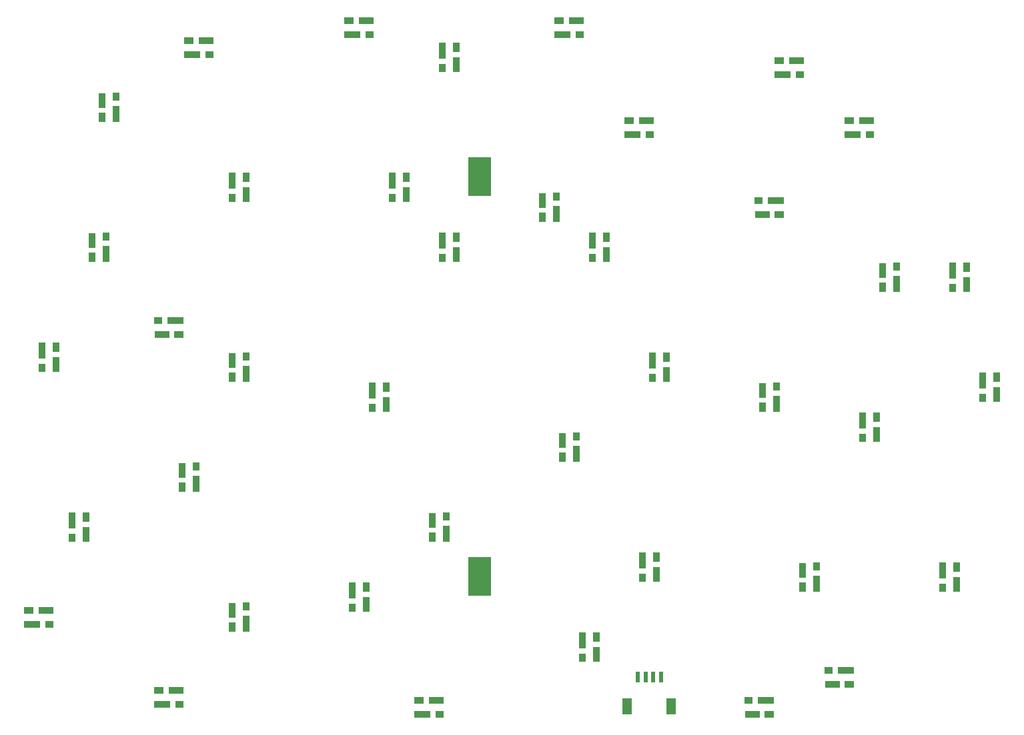
<source format=gtp>
G04 EAGLE Gerber RS-274X export*
G75*
%MOMM*%
%FSLAX34Y34*%
%LPD*%
%INSolderpaste Top*%
%IPPOS*%
%AMOC8*
5,1,8,0,0,1.08239X$1,22.5*%
G01*
%ADD10R,0.850000X1.900000*%
%ADD11R,0.850000X1.000000*%
%ADD12R,0.850000X1.150000*%
%ADD13R,0.850000X2.000000*%
%ADD14R,1.900000X0.850000*%
%ADD15R,1.000000X0.850000*%
%ADD16R,1.150000X0.850000*%
%ADD17R,2.000000X0.850000*%
%ADD18R,1.200000X2.000000*%
%ADD19R,0.600000X1.350000*%
%ADD20R,3.000000X5.000000*%


D10*
X834250Y168800D03*
D11*
X816750Y164300D03*
D12*
X834250Y190550D03*
D13*
X816750Y186300D03*
D14*
X1045100Y727850D03*
D15*
X1040600Y745350D03*
D16*
X1066850Y727850D03*
D17*
X1062600Y745350D03*
D10*
X1197750Y656700D03*
D11*
X1215250Y661200D03*
D12*
X1197750Y634950D03*
D13*
X1215250Y639200D03*
D10*
X1045350Y504300D03*
D11*
X1062850Y508800D03*
D12*
X1045350Y482550D03*
D13*
X1062850Y486800D03*
D10*
X1096150Y275700D03*
D11*
X1113650Y280200D03*
D12*
X1096150Y253950D03*
D13*
X1113650Y258200D03*
D10*
X910450Y270400D03*
D11*
X892950Y265900D03*
D12*
X910450Y292150D03*
D13*
X892950Y287900D03*
D10*
X923150Y524400D03*
D11*
X905650Y519900D03*
D12*
X923150Y546150D03*
D13*
X905650Y541900D03*
D10*
X846950Y676800D03*
D11*
X829450Y672300D03*
D12*
X846950Y698550D03*
D13*
X829450Y694300D03*
D14*
X898000Y846950D03*
D15*
X902500Y829450D03*
D16*
X876250Y846950D03*
D17*
X880500Y829450D03*
D14*
X809100Y973950D03*
D15*
X813600Y956450D03*
D16*
X787350Y973950D03*
D17*
X791600Y956450D03*
D10*
X765950Y745600D03*
D11*
X783450Y750100D03*
D12*
X765950Y723850D03*
D13*
X783450Y728100D03*
D14*
X1032400Y92850D03*
D15*
X1027900Y110350D03*
D16*
X1054150Y92850D03*
D17*
X1049900Y110350D03*
D10*
X791350Y440800D03*
D11*
X808850Y445300D03*
D12*
X791350Y419050D03*
D13*
X808850Y423300D03*
D10*
X626250Y339200D03*
D11*
X643750Y343700D03*
D12*
X626250Y317450D03*
D13*
X643750Y321700D03*
D14*
X631300Y110350D03*
D15*
X635800Y92850D03*
D16*
X609550Y110350D03*
D17*
X613800Y92850D03*
D10*
X542150Y232300D03*
D11*
X524650Y227800D03*
D12*
X542150Y254050D03*
D13*
X524650Y249800D03*
D10*
X567550Y486300D03*
D11*
X550050Y481800D03*
D12*
X567550Y508050D03*
D13*
X550050Y503800D03*
D10*
X656450Y676800D03*
D11*
X638950Y672300D03*
D12*
X656450Y698550D03*
D13*
X638950Y694300D03*
D10*
X592950Y753000D03*
D11*
X575450Y748500D03*
D12*
X592950Y774750D03*
D13*
X575450Y770500D03*
D10*
X656450Y918100D03*
D11*
X638950Y913600D03*
D12*
X656450Y939850D03*
D13*
X638950Y935600D03*
D14*
X542400Y973950D03*
D15*
X546900Y956450D03*
D16*
X520650Y973950D03*
D17*
X524900Y956450D03*
D10*
X372250Y542400D03*
D11*
X389750Y546900D03*
D12*
X372250Y520650D03*
D13*
X389750Y524900D03*
D14*
X1134000Y130950D03*
D15*
X1129500Y148450D03*
D16*
X1155750Y130950D03*
D17*
X1151500Y148450D03*
D10*
X308750Y402700D03*
D11*
X326250Y407200D03*
D12*
X308750Y380950D03*
D13*
X326250Y385200D03*
D10*
X372250Y224900D03*
D11*
X389750Y229400D03*
D12*
X372250Y203150D03*
D13*
X389750Y207400D03*
D14*
X301100Y123050D03*
D15*
X305600Y105550D03*
D16*
X279350Y123050D03*
D17*
X283600Y105550D03*
D14*
X136000Y224650D03*
D15*
X140500Y207150D03*
D16*
X114250Y224650D03*
D17*
X118500Y207150D03*
D10*
X186550Y321200D03*
D11*
X169050Y316700D03*
D12*
X186550Y342950D03*
D13*
X169050Y338700D03*
D10*
X148450Y537100D03*
D11*
X130950Y532600D03*
D12*
X148450Y558850D03*
D13*
X130950Y554600D03*
D14*
X283100Y575450D03*
D15*
X278600Y592950D03*
D16*
X304850Y575450D03*
D17*
X300600Y592950D03*
D10*
X389750Y753000D03*
D11*
X372250Y748500D03*
D12*
X389750Y774750D03*
D13*
X372250Y770500D03*
D14*
X339200Y948550D03*
D15*
X343700Y931050D03*
D16*
X317450Y948550D03*
D17*
X321700Y931050D03*
D10*
X207150Y872600D03*
D11*
X224650Y877100D03*
D12*
X207150Y850850D03*
D13*
X224650Y855100D03*
D10*
X1291450Y257700D03*
D11*
X1273950Y253200D03*
D12*
X1291450Y279450D03*
D13*
X1273950Y275200D03*
D10*
X194450Y694800D03*
D11*
X211950Y699300D03*
D12*
X194450Y673050D03*
D13*
X211950Y677300D03*
D10*
X1189850Y448200D03*
D11*
X1172350Y443700D03*
D12*
X1189850Y469950D03*
D13*
X1172350Y465700D03*
D10*
X1342250Y499000D03*
D11*
X1324750Y494500D03*
D12*
X1342250Y520750D03*
D13*
X1324750Y516500D03*
D10*
X1304150Y638700D03*
D11*
X1286650Y634200D03*
D12*
X1304150Y660450D03*
D13*
X1286650Y656200D03*
D14*
X1177400Y846950D03*
D15*
X1181900Y829450D03*
D16*
X1155650Y846950D03*
D17*
X1159900Y829450D03*
D14*
X1088500Y923150D03*
D15*
X1093000Y905650D03*
D16*
X1066750Y923150D03*
D17*
X1071000Y905650D03*
D18*
X873700Y102950D03*
X929700Y102950D03*
D19*
X886700Y139700D03*
X896700Y139700D03*
X906700Y139700D03*
X916700Y139700D03*
D20*
X686562Y775953D03*
X686562Y267953D03*
M02*

</source>
